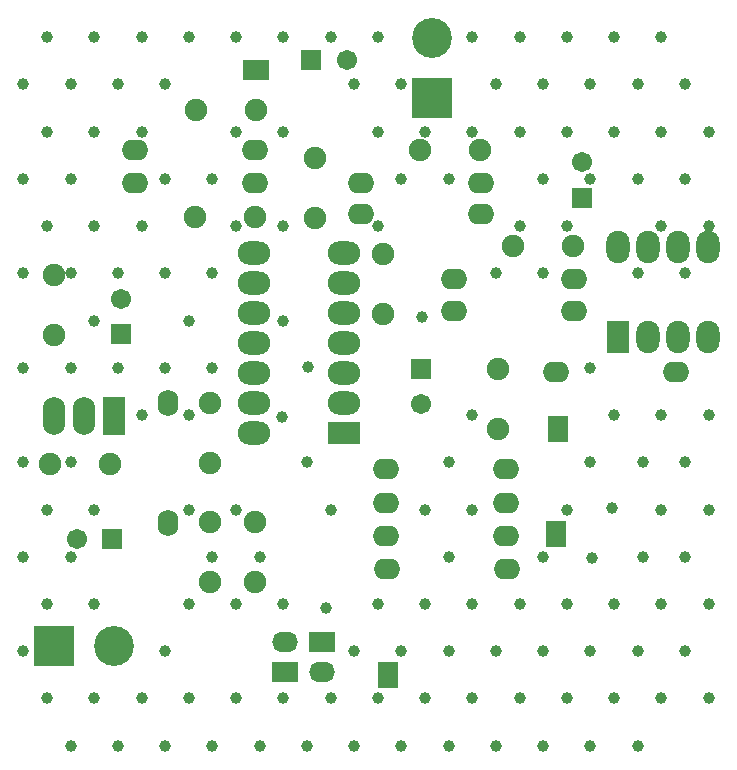
<source format=gbs>
G04*
G04 #@! TF.GenerationSoftware,Altium Limited,Altium Designer,22.3.1 (43)*
G04*
G04 Layer_Color=16711935*
%FSLAX25Y25*%
%MOIN*%
G70*
G04*
G04 #@! TF.SameCoordinates,A2C1995B-5DD9-4A06-98F6-E9D1FCF5F817*
G04*
G04*
G04 #@! TF.FilePolarity,Negative*
G04*
G01*
G75*
%ADD15R,0.06706X0.08674*%
%ADD16O,0.08674X0.06706*%
%ADD17R,0.08674X0.06706*%
%ADD18R,0.06706X0.06706*%
%ADD19C,0.06706*%
%ADD20O,0.08800X0.06800*%
%ADD21C,0.07493*%
%ADD22C,0.13300*%
%ADD23R,0.13300X0.13300*%
%ADD24R,0.13300X0.13300*%
%ADD25R,0.06706X0.06706*%
%ADD26R,0.07493X0.12611*%
%ADD27O,0.07493X0.12611*%
%ADD28O,0.07800X0.10800*%
%ADD29R,0.07800X0.10800*%
%ADD30O,0.10800X0.07800*%
%ADD31R,0.10800X0.07800*%
%ADD32O,0.06800X0.08800*%
%ADD33C,0.03950*%
D15*
X287812Y259462D02*
D03*
X231791Y212500D02*
D03*
X288287Y294587D02*
D03*
D16*
X209835Y213433D02*
D03*
X197343Y223524D02*
D03*
D17*
X209835Y223433D02*
D03*
X197343Y213524D02*
D03*
X187697Y414075D02*
D03*
D18*
X206201Y417520D02*
D03*
X139847Y257946D02*
D03*
D19*
X218012Y417520D02*
D03*
X242717Y302854D02*
D03*
X128035Y257946D02*
D03*
X296555Y383465D02*
D03*
X142717Y337894D02*
D03*
D20*
X187323Y387402D02*
D03*
X147323D02*
D03*
X262717Y376575D02*
D03*
X222716D02*
D03*
X293819Y344390D02*
D03*
X253819D02*
D03*
X293819Y333957D02*
D03*
X253819D02*
D03*
X262723Y366292D02*
D03*
X222723D02*
D03*
X271083Y281201D02*
D03*
X231083D02*
D03*
X271181Y258858D02*
D03*
X231181D02*
D03*
X230984Y269882D02*
D03*
X270984D02*
D03*
X231378Y248031D02*
D03*
X271378D02*
D03*
X147405Y376614D02*
D03*
X187405D02*
D03*
X287874Y313484D02*
D03*
X327874D02*
D03*
D21*
X293327Y355610D02*
D03*
X273327D02*
D03*
X120472Y345965D02*
D03*
Y325965D02*
D03*
X207480Y364961D02*
D03*
Y384961D02*
D03*
X119118Y282765D02*
D03*
X139119D02*
D03*
X242323Y387402D02*
D03*
X262323D02*
D03*
X229921Y352854D02*
D03*
Y332854D02*
D03*
X268406Y314665D02*
D03*
Y294665D02*
D03*
X167598Y400787D02*
D03*
X187598D02*
D03*
X167398Y365198D02*
D03*
X187398D02*
D03*
X172244Y243484D02*
D03*
Y263484D02*
D03*
X187500Y243406D02*
D03*
Y263405D02*
D03*
X172441Y283248D02*
D03*
Y303248D02*
D03*
D22*
X140374Y222342D02*
D03*
X246358Y424823D02*
D03*
D23*
X120374Y222342D02*
D03*
D24*
X246358Y404823D02*
D03*
D25*
X242717Y314665D02*
D03*
X296555Y371654D02*
D03*
X142717Y326083D02*
D03*
D26*
X140347Y298988D02*
D03*
D27*
X130347D02*
D03*
X120346D02*
D03*
D28*
X308405Y355098D02*
D03*
X318406D02*
D03*
X328405D02*
D03*
X338405D02*
D03*
X318406Y325098D02*
D03*
X328405D02*
D03*
X338405D02*
D03*
D29*
X308405D02*
D03*
D30*
X186938Y293118D02*
D03*
Y303118D02*
D03*
Y313118D02*
D03*
Y323118D02*
D03*
Y333118D02*
D03*
Y343118D02*
D03*
Y353118D02*
D03*
X216938Y303118D02*
D03*
Y313118D02*
D03*
Y323118D02*
D03*
Y333118D02*
D03*
Y343118D02*
D03*
Y353118D02*
D03*
D31*
Y293118D02*
D03*
D32*
X158268Y263268D02*
D03*
Y303268D02*
D03*
D33*
X242945Y331858D02*
D03*
X196319Y298681D02*
D03*
X205077Y315313D02*
D03*
X196850Y330709D02*
D03*
X299723Y251458D02*
D03*
X306478Y268325D02*
D03*
X283465Y251969D02*
D03*
X291338Y267717D02*
D03*
X316862Y251969D02*
D03*
Y283465D02*
D03*
X307087Y299213D02*
D03*
X299213Y283465D02*
D03*
X211114Y234736D02*
D03*
X236220Y220472D02*
D03*
X330709Y409449D02*
D03*
X338583Y393701D02*
D03*
X330709Y377953D02*
D03*
X338583Y362205D02*
D03*
X330709Y346457D02*
D03*
X338583Y299213D02*
D03*
X330709Y283465D02*
D03*
X338583Y267717D02*
D03*
X330709Y251969D02*
D03*
X338583Y236220D02*
D03*
X330709Y220472D02*
D03*
X338583Y204724D02*
D03*
X322835Y425197D02*
D03*
X314961Y409449D02*
D03*
X322835Y393701D02*
D03*
X314961Y377953D02*
D03*
X322835Y362205D02*
D03*
X314961Y346457D02*
D03*
X322835Y299213D02*
D03*
Y267717D02*
D03*
Y236220D02*
D03*
X314961Y220472D02*
D03*
X322835Y204724D02*
D03*
X314961Y188976D02*
D03*
X307087Y425197D02*
D03*
X299213Y409449D02*
D03*
X307087Y393701D02*
D03*
X299213Y377953D02*
D03*
Y314961D02*
D03*
X307087Y236220D02*
D03*
X299213Y220472D02*
D03*
X307087Y204724D02*
D03*
X299213Y188976D02*
D03*
X291338Y425197D02*
D03*
X283465Y409449D02*
D03*
X291338Y393701D02*
D03*
X283465Y377953D02*
D03*
X291338Y362205D02*
D03*
X283465Y346457D02*
D03*
X291338Y236220D02*
D03*
X283465Y220472D02*
D03*
X291338Y204724D02*
D03*
X283465Y188976D02*
D03*
X275590Y425197D02*
D03*
X267717Y409449D02*
D03*
X275590Y393701D02*
D03*
Y362205D02*
D03*
X267717Y346457D02*
D03*
X275590Y236220D02*
D03*
X267717Y220472D02*
D03*
X275590Y204724D02*
D03*
X267717Y188976D02*
D03*
X259842Y425197D02*
D03*
Y393701D02*
D03*
X251969Y377953D02*
D03*
X259842Y299213D02*
D03*
X251969Y283465D02*
D03*
X259842Y267717D02*
D03*
X251969Y251969D02*
D03*
X259842Y236220D02*
D03*
X251969Y220472D02*
D03*
X259842Y204724D02*
D03*
X251969Y188976D02*
D03*
X236220Y409449D02*
D03*
X244094Y393701D02*
D03*
X236220Y377953D02*
D03*
X244094Y267717D02*
D03*
Y236220D02*
D03*
Y204724D02*
D03*
X236220Y188976D02*
D03*
X228346Y425197D02*
D03*
X220472Y409449D02*
D03*
X228346Y393701D02*
D03*
Y362205D02*
D03*
Y236220D02*
D03*
X220472Y220472D02*
D03*
X228346Y204724D02*
D03*
X220472Y188976D02*
D03*
X212598Y425197D02*
D03*
X204724Y283465D02*
D03*
X212598Y267717D02*
D03*
Y204724D02*
D03*
X204724Y188976D02*
D03*
X196850Y425197D02*
D03*
Y393701D02*
D03*
Y362205D02*
D03*
X188976Y251969D02*
D03*
X196850Y236220D02*
D03*
Y204724D02*
D03*
X188976Y188976D02*
D03*
X181102Y425197D02*
D03*
Y393701D02*
D03*
X173228Y377953D02*
D03*
X181102Y362205D02*
D03*
X173228Y346457D02*
D03*
Y314961D02*
D03*
X181102Y267717D02*
D03*
X173228Y251969D02*
D03*
X181102Y236220D02*
D03*
Y204724D02*
D03*
X173228Y188976D02*
D03*
X165354Y425197D02*
D03*
X157480Y409449D02*
D03*
Y377953D02*
D03*
Y346457D02*
D03*
X165354Y330709D02*
D03*
X157480Y314961D02*
D03*
X165354Y299213D02*
D03*
Y267717D02*
D03*
Y236220D02*
D03*
X157480Y220472D02*
D03*
X165354Y204724D02*
D03*
X157480Y188976D02*
D03*
X149606Y425197D02*
D03*
X141732Y409449D02*
D03*
X149606Y393701D02*
D03*
Y362205D02*
D03*
X141732Y346457D02*
D03*
Y314961D02*
D03*
X149606Y299213D02*
D03*
Y204724D02*
D03*
X141732Y188976D02*
D03*
X133858Y425197D02*
D03*
X125984Y409449D02*
D03*
X133858Y393701D02*
D03*
X125984Y377953D02*
D03*
X133858Y362205D02*
D03*
X125984Y346457D02*
D03*
X133858Y330709D02*
D03*
X125984Y314961D02*
D03*
Y283465D02*
D03*
X133858Y267717D02*
D03*
X125984Y251969D02*
D03*
X133858Y236220D02*
D03*
Y204724D02*
D03*
X125984Y188976D02*
D03*
X118110Y425197D02*
D03*
X110236Y409449D02*
D03*
X118110Y393701D02*
D03*
X110236Y377953D02*
D03*
X118110Y362205D02*
D03*
X110236Y346457D02*
D03*
Y314961D02*
D03*
Y283465D02*
D03*
X118110Y267717D02*
D03*
X110236Y251969D02*
D03*
X118110Y236220D02*
D03*
X110236Y220472D02*
D03*
X118110Y204724D02*
D03*
M02*

</source>
